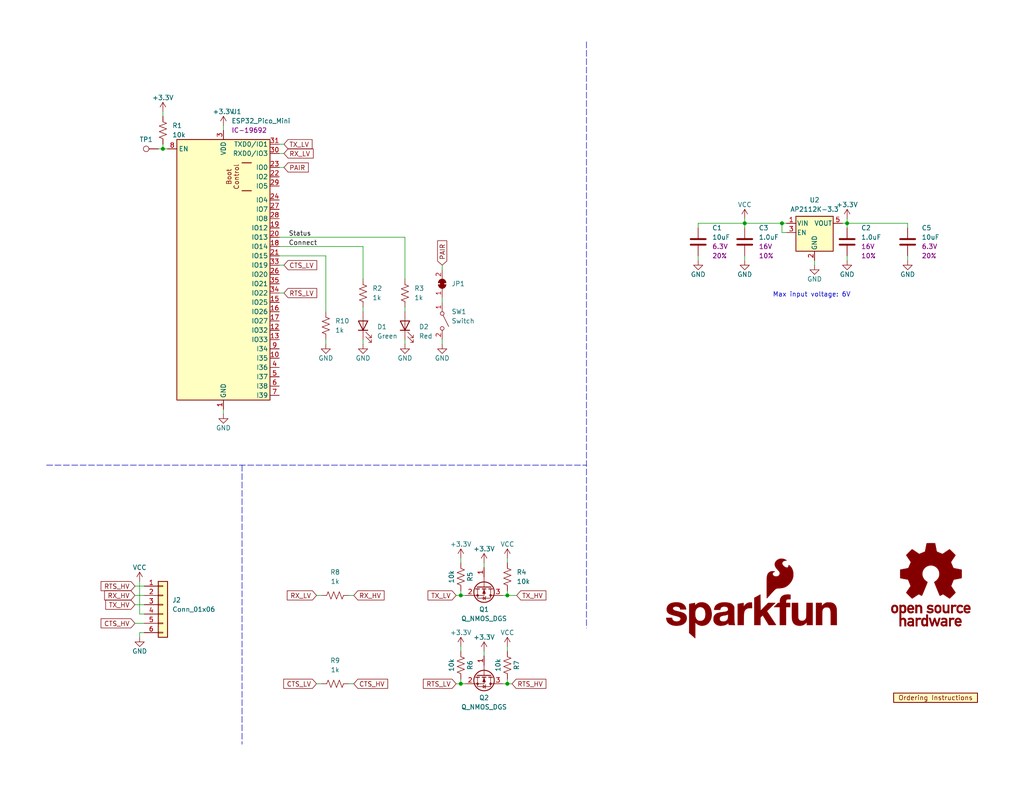
<source format=kicad_sch>
(kicad_sch (version 20230121) (generator eeschema)
  (paper "USLetter")
  (title_block (title "BlueSMiRF - ESP32") (date "2023-07-29") (rev "v10") (comment 1 "Designed by: N. Seidle"))
  (lib_symbols
    (symbol "SparkFun-Aesthetic:OSHW_Logo" (pin_names (offset 1.016)) (in_bom no))
    (symbol "SparkFun-Aesthetic:Ordering_Instructions"
      (symbol "Ordering_Instructions_1_1"
        (text "Ordering Instructions" (at 1.27 0 0) (effects (font (size 1.27 1.27))))
      )
    )
    (symbol "SparkFun-Aesthetic:SparkFun_Logo" (pin_names (offset 1.016)) (on_board no))
    (symbol "SparkFun-Capacitor:1.0uF_0603_16V_10%" (pin_numbers hide) (pin_names (offset 0.254))
      (property "Reference" "C" (at 0.635 2.54 0))
      (property "Value" "1.0uF" (at 0.635 -2.54 0))
      (property "Voltage" "16V" (at 0 -6.35 0))
      (property "Tolerance" "10%" (at 0 -8.89 0))
      (symbol "1.0uF_0603_16V_10%_1_1"
        (pin passive line (at 0 3.81 270) (length 2.794) (name "~") (number "1"))
        (pin passive line (at 0 -3.81 90) (length 2.794) (name "~") (number "2"))
      )
    )
    (symbol "SparkFun-Capacitor:10uF_0603_6.3V_20%" (pin_numbers hide) (pin_names (offset 0.254))
      (property "Reference" "C" (at 0.635 2.54 0))
      (property "Value" "10uF" (at 0.635 -2.54 0))
      (property "Voltage" "6.3V" (at 0 -8.89 0))
      (property "Tolerance" "20%" (at 0 -6.35 0))
      (symbol "10uF_0603_6.3V_20%_1_1"
        (pin passive line (at 0 3.81 270) (length 2.794) (name "~") (number "1"))
        (pin passive line (at 0 -3.81 90) (length 2.794) (name "~") (number "2"))
      )
    )
    (symbol "SparkFun-Connector:Conn_01x06_RA_SMD" (pin_names (offset 1.016) hide)
      (property "Reference" "J" (at 0 7.62 0))
      (property "Value" "Conn_01x06" (at 0 -10.16 0))
      (symbol "Conn_01x06_RA_SMD_1_1"
        (pin passive line (at -5.08 5.08 0) (length 3.81) (name "Pin_1") (number "1"))
        (pin passive line (at -5.08 2.54 0) (length 3.81) (name "Pin_2") (number "2"))
        (pin passive line (at -5.08 0 0) (length 3.81) (name "Pin_3") (number "3"))
        (pin passive line (at -5.08 -2.54 0) (length 3.81) (name "Pin_4") (number "4"))
        (pin passive line (at -5.08 -5.08 0) (length 3.81) (name "Pin_5") (number "5"))
        (pin passive line (at -5.08 -7.62 0) (length 3.81) (name "Pin_6") (number "6"))
      )
    )
    (symbol "SparkFun-Connector:TestPoint_PTH" (pin_numbers hide) (pin_names (offset 0.762) hide)
      (property "Reference" "TP" (at 0 5.08 0))
      (symbol "TestPoint_PTH_1_1"
        (pin passive line (at 0 0 90) (length 2.54) (name "1") (number "1"))
      )
    )
    (symbol "SparkFun-DiscreteSemi:NMOS_0.2A_50V" (pin_names (offset 0) hide)
      (property "Reference" "Q" (at 5.08 1.27 0))
      (property "Value" "BSS138" (at 5.08 -1.27 0))
      (symbol "NMOS_0.2A_50V_1_1"
        (pin input line (at -5.08 0 0) (length 2.54) (name "G") (number "1"))
        (pin passive line (at 2.54 -5.08 90) (length 2.54) (name "S") (number "2"))
        (pin passive line (at 2.54 5.08 270) (length 2.54) (name "D") (number "3"))
      )
    )
    (symbol "SparkFun-Jumper:SolderJumper_2_Bridged_No_Silk" (pin_names (offset 0) hide)
      (property "Reference" "JP" (at 0 2.032 0))
      (symbol "SolderJumper_2_Bridged_No_Silk_1_1"
        (pin passive line (at -3.81 0 0) (length 2.54) (name "A") (number "1"))
        (pin passive line (at 3.81 0 180) (length 2.54) (name "B") (number "2"))
      )
    )
    (symbol "SparkFun-LED:LED_Green_0603" (pin_numbers hide) (pin_names (offset 1.016) hide)
      (property "Reference" "D" (at 0 2.54 0))
      (property "Value" "Green" (at 0 -2.54 0))
      (symbol "LED_Green_0603_1_1"
        (pin passive line (at -3.81 0 0) (length 2.54) (name "K") (number "1"))
        (pin passive line (at 3.81 0 180) (length 2.54) (name "A") (number "2"))
      )
    )
    (symbol "SparkFun-LED:LED_Red_0603" (pin_numbers hide) (pin_names (offset 1.016) hide)
      (property "Reference" "D" (at 0 2.54 0))
      (property "Value" "Red" (at 0 -2.54 0))
      (symbol "LED_Red_0603_1_1"
        (pin passive line (at -3.81 0 0) (length 2.54) (name "K") (number "1"))
        (pin passive line (at 3.81 0 180) (length 2.54) (name "A") (number "2"))
      )
    )
    (symbol "SparkFun-PowerSymbol:GND" (power) (pin_names (offset 0))
      (property "Value" "GND" (at 0 -3.81 0))
      (symbol "GND_1_1"
        (pin power_in line (at 0 0 270) (length 0) hide (name "GND") (number "1"))
      )
    )
    (symbol "SparkFun-PowerSymbol:VCC" (power) (pin_names (offset 0))
      (property "Value" "VCC" (at 0 3.81 0))
      (symbol "VCC_1_1"
        (pin power_in line (at 0 0 90) (length 0) hide (name "VCC") (number "1"))
      )
    )
    (symbol "SparkFun-RF:ESP32-PICO-V3-02"
      (property "Reference" "U" (at -12.7 33.02 0))
      (property "Value" "ESP32-PICO-V3-02" (at 1.27 33.02 0))
      (property "PROD_ID" "IC-19692" (at -1.27 -59.69 0))
      (symbol "ESP32-PICO-V3-02_1_1"
        (text "Boot\nControl" (at 2.54 21.59 900) (effects (font (size 1.27 1.27))))
        (pin power_in line (at 0 -41.91 90) (length 2.54) (name "GND") (number "1"))
        (pin input line (at 15.24 -27.94 180) (length 2.54) (name "I35") (number "10"))
        (pin passive line (at 0 -41.91 90) (length 2.54) hide (name "GND") (number "11"))
        (pin bidirectional line (at 15.24 -20.32 180) (length 2.54) (name "IO32") (number "12"))
        (pin bidirectional line (at 15.24 -22.86 180) (length 2.54) (name "IO33") (number "13"))
        (pin passive line (at 0 -41.91 90) (length 2.54) hide (name "GND") (number "14"))
        (pin bidirectional line (at 15.24 -12.7 180) (length 2.54) (name "IO25") (number "15"))
        (pin bidirectional line (at 15.24 -15.24 180) (length 2.54) (name "IO26") (number "16"))
        (pin bidirectional line (at 15.24 -17.78 180) (length 2.54) (name "IO27") (number "17"))
        (pin bidirectional line (at 15.24 2.54 180) (length 2.54) (name "IO14") (number "18"))
        (pin bidirectional line (at 15.24 7.62 180) (length 2.54) (name "IO12") (number "19"))
        (pin passive line (at 0 -41.91 90) (length 2.54) hide (name "GND") (number "2"))
        (pin bidirectional line (at 15.24 5.08 180) (length 2.54) (name "IO13") (number "20"))
        (pin bidirectional line (at 15.24 0 180) (length 2.54) (name "IO15") (number "21"))
        (pin bidirectional line (at 15.24 21.59 180) (length 2.54) (name "IO2") (number "22"))
        (pin bidirectional line (at 15.24 24.13 180) (length 2.54) (name "IO0") (number "23"))
        (pin bidirectional line (at 15.24 15.24 180) (length 2.54) (name "IO4") (number "24"))
        (pin no_connect line (at -12.7 -11.43 0) (length 2.54) hide (name "NC") (number "25"))
        (pin bidirectional line (at 15.24 -5.08 180) (length 2.54) (name "IO20") (number "26"))
        (pin bidirectional line (at 15.24 12.7 180) (length 2.54) (name "IO7") (number "27"))
        (pin bidirectional line (at 15.24 10.16 180) (length 2.54) (name "IO8") (number "28"))
        (pin bidirectional line (at 15.24 19.05 180) (length 2.54) (name "IO5") (number "29"))
        (pin power_in line (at 0 34.29 270) (length 2.54) (name "VDD") (number "3"))
        (pin bidirectional line (at 15.24 27.94 180) (length 2.54) (name "RXD0/IO3") (number "30"))
        (pin bidirectional line (at 15.24 30.48 180) (length 2.54) (name "TXD0/IO1") (number "31"))
        (pin no_connect line (at -12.7 -13.97 0) (length 2.54) hide (name "NC") (number "32"))
        (pin bidirectional line (at 15.24 -2.54 180) (length 2.54) (name "IO19") (number "33"))
        (pin bidirectional line (at 15.24 -10.16 180) (length 2.54) (name "IO22") (number "34"))
        (pin bidirectional line (at 15.24 -7.62 180) (length 2.54) (name "IO21") (number "35"))
        (pin passive line (at 0 -41.91 90) (length 2.54) hide (name "GND") (number "36"))
        (pin passive line (at 0 -41.91 90) (length 2.54) hide (name "GND") (number "37"))
        (pin passive line (at 0 -41.91 90) (length 2.54) hide (name "GND") (number "38"))
        (pin passive line (at 0 -41.91 90) (length 2.54) hide (name "GND") (number "39"))
        (pin input line (at 15.24 -30.48 180) (length 2.54) (name "I36") (number "4"))
        (pin passive line (at 0 -41.91 90) (length 2.54) hide (name "GND") (number "40"))
        (pin passive line (at 0 -41.91 90) (length 2.54) hide (name "GND") (number "41"))
        (pin passive line (at 0 -41.91 90) (length 2.54) hide (name "GND") (number "42"))
        (pin passive line (at 0 -41.91 90) (length 2.54) hide (name "GND") (number "43"))
        (pin passive line (at 0 -41.91 90) (length 2.54) hide (name "GND") (number "44"))
        (pin passive line (at 0 -41.91 90) (length 2.54) hide (name "GND") (number "45"))
        (pin passive line (at 0 -41.91 90) (length 2.54) hide (name "GND") (number "46"))
        (pin passive line (at 0 -41.91 90) (length 2.54) hide (name "GND") (number "47"))
        (pin passive line (at 0 -41.91 90) (length 2.54) hide (name "GND") (number "48"))
        (pin passive line (at 0 -41.91 90) (length 2.54) hide (name "GND") (number "49.1"))
        (pin passive line (at 0 -41.91 90) (length 2.54) hide (name "GND") (number "49.2"))
        (pin passive line (at 0 -41.91 90) (length 2.54) hide (name "GND") (number "49.3"))
        (pin passive line (at 0 -41.91 90) (length 2.54) hide (name "GND") (number "49.4"))
        (pin passive line (at 0 -41.91 90) (length 2.54) hide (name "GND") (number "49.5"))
        (pin passive line (at 0 -41.91 90) (length 2.54) hide (name "GND") (number "49.6"))
        (pin passive line (at 0 -41.91 90) (length 2.54) hide (name "GND") (number "49.7"))
        (pin passive line (at 0 -41.91 90) (length 2.54) hide (name "GND") (number "49.8"))
        (pin passive line (at 0 -41.91 90) (length 2.54) hide (name "GND") (number "49.9"))
        (pin input line (at 15.24 -33.02 180) (length 2.54) (name "I37") (number "5"))
        (pin passive line (at 0 -41.91 90) (length 2.54) hide (name "GND") (number "50"))
        (pin passive line (at 0 -41.91 90) (length 2.54) hide (name "GND") (number "51"))
        (pin passive line (at 0 -41.91 90) (length 2.54) hide (name "GND") (number "52"))
        (pin passive line (at 0 -41.91 90) (length 2.54) hide (name "GND") (number "53"))
        (pin input line (at 15.24 -35.56 180) (length 2.54) (name "I38") (number "6"))
        (pin input line (at 15.24 -38.1 180) (length 2.54) (name "I39") (number "7"))
        (pin input line (at -15.24 29.21 0) (length 2.54) (name "EN") (number "8"))
        (pin input line (at 15.24 -25.4 180) (length 2.54) (name "I34") (number "9"))
      )
    )
    (symbol "SparkFun-Regulator:AP2112K-3.3" (pin_names (offset 0.254))
      (property "Reference" "U3" (at 0 8.89 0))
      (property "Value" "AP2112K-3.3" (at 0 6.35 0))
      (symbol "AP2112K-3.3_1_1"
        (pin power_in line (at -7.62 2.54 0) (length 2.54) (name "VIN") (number "1"))
        (pin power_in line (at 0 -7.62 90) (length 2.54) (name "GND") (number "2"))
        (pin input line (at -7.62 0 0) (length 2.54) (name "EN") (number "3"))
        (pin no_connect line (at 5.08 0 180) (length 2.54) hide (name "NC") (number "4"))
        (pin power_out line (at 7.62 2.54 180) (length 2.54) (name "VOUT") (number "5"))
      )
    )
    (symbol "SparkFun-Resistor:10k_0603" (pin_numbers hide) (pin_names (offset 0))
      (property "Reference" "R" (at 2.54 0 90))
      (property "Value" "10k" (at -2.54 0 90))
      (symbol "10k_0603_1_1"
        (pin passive line (at 0 3.81 270) (length 1.27) (name "~") (number "1"))
        (pin passive line (at 0 -3.81 90) (length 1.27) (name "~") (number "2"))
      )
    )
    (symbol "SparkFun-Resistor:1k_0603" (pin_numbers hide) (pin_names (offset 0))
      (property "Reference" "R" (at 2.54 0 90))
      (property "Value" "1k" (at -2.54 0 90))
      (symbol "1k_0603_1_1"
        (pin passive line (at 0 3.81 270) (length 1.27) (name "~") (number "1"))
        (pin passive line (at 0 -3.81 90) (length 1.27) (name "~") (number "2"))
      )
    )
    (symbol "SparkFun-Switch:SPST_Momentary_4.6x2.8mm" (pin_names (offset 0) hide)
      (property "Reference" "SW" (at 0 3.175 0))
      (property "Value" "SPST_Momentary_4.6x2.8mm" (at 0 -2.54 0))
      (symbol "SPST_Momentary_4.6x2.8mm_1_1"
        (pin passive line (at -5.08 0 0) (length 2.54) (name "A") (number "1"))
        (pin passive line (at 5.08 0 180) (length 2.54) (name "B") (number "2"))
      )
    )
    (symbol "power:+3.3V" (power) (pin_names (offset 0))
      (property "Value" "+3.3V" (at 0 3.556 0))
      (symbol "+3.3V_1_1"
        (pin power_in line (at 0 0 90) (length 0) hide (name "+3.3V") (number "1"))
      )
    )
    (symbol "power:GND" (power) (pin_names (offset 0))
      (property "Value" "GND" (at 0 -3.81 0))
      (symbol "GND_1_1"
        (pin power_in line (at 0 0 270) (length 0) hide (name "GND") (number "1"))
      )
    )
  )
  (junction (at 125.73 162.56))
  (junction (at 44.45 40.64))
  (junction (at 231.14 60.96))
  (junction (at 213.36 60.96))
  (junction (at 138.43 186.69))
  (junction (at 138.43 162.56))
  (junction (at 125.73 186.69))
  (junction (at 203.2 60.96))
  (wire (pts (xy 39.37 167.64) (xy 38.1 167.64)))
  (wire (pts (xy 99.06 67.31) (xy 99.06 76.2)))
  (wire (pts (xy 45.72 40.64) (xy 44.45 40.64)))
  (wire (pts (xy 110.49 64.77) (xy 110.49 76.2)))
  (wire (pts (xy 138.43 152.4) (xy 138.43 153.67)))
  (wire (pts (xy 138.43 185.42) (xy 138.43 186.69)))
  (wire (pts (xy 213.36 60.96) (xy 214.63 60.96)))
  (wire (pts (xy 138.43 161.29) (xy 138.43 162.56)))
  (wire (pts (xy 60.96 34.29) (xy 60.96 35.56)))
  (wire (pts (xy 138.43 186.69) (xy 139.7 186.69)))
  (wire (pts (xy 88.9 69.85) (xy 88.9 85.09)))
  (wire (pts (xy 132.08 177.8) (xy 132.08 179.07)))
  (wire (pts (xy 76.2 45.72) (xy 77.47 45.72)))
  (wire (pts (xy 99.06 92.71) (xy 99.06 93.98)))
  (wire (pts (xy 231.14 60.96) (xy 247.65 60.96)))
  (wire (pts (xy 222.25 71.12) (xy 222.25 72.39)))
  (wire (pts (xy 190.5 60.96) (xy 203.2 60.96)))
  (wire (pts (xy 138.43 176.53) (xy 138.43 177.8)))
  (wire (pts (xy 86.36 162.56) (xy 87.63 162.56)))
  (wire (pts (xy 76.2 69.85) (xy 88.9 69.85)))
  (wire (pts (xy 125.73 152.4) (xy 125.73 153.67)))
  (wire (pts (xy 203.2 69.85) (xy 203.2 71.12)))
  (wire (pts (xy 125.73 161.29) (xy 125.73 162.56)))
  (wire (pts (xy 127 162.56) (xy 125.73 162.56)))
  (wire (pts (xy 132.08 153.67) (xy 132.08 154.94)))
  (polyline (pts (xy 66.04 127) (xy 66.04 203.2)) (stroke (width 0) (type dash)))
  (wire (pts (xy 76.2 39.37) (xy 77.47 39.37)))
  (wire (pts (xy 76.2 80.01) (xy 77.47 80.01)))
  (wire (pts (xy 120.65 93.98) (xy 120.65 92.71)))
  (wire (pts (xy 99.06 83.82) (xy 99.06 85.09)))
  (wire (pts (xy 190.5 62.23) (xy 190.5 60.96)))
  (wire (pts (xy 36.83 160.02) (xy 39.37 160.02)))
  (wire (pts (xy 39.37 172.72) (xy 38.1 172.72)))
  (wire (pts (xy 44.45 30.48) (xy 44.45 31.75)))
  (wire (pts (xy 203.2 59.69) (xy 203.2 60.96)))
  (wire (pts (xy 124.46 162.56) (xy 125.73 162.56)))
  (wire (pts (xy 125.73 185.42) (xy 125.73 186.69)))
  (wire (pts (xy 76.2 64.77) (xy 110.49 64.77)))
  (wire (pts (xy 95.25 186.69) (xy 96.52 186.69)))
  (wire (pts (xy 203.2 60.96) (xy 203.2 62.23)))
  (wire (pts (xy 137.16 162.56) (xy 138.43 162.56)))
  (wire (pts (xy 214.63 63.5) (xy 213.36 63.5)))
  (wire (pts (xy 36.83 162.56) (xy 39.37 162.56)))
  (wire (pts (xy 247.65 60.96) (xy 247.65 62.23)))
  (wire (pts (xy 231.14 69.85) (xy 231.14 71.12)))
  (wire (pts (xy 124.46 186.69) (xy 125.73 186.69)))
  (wire (pts (xy 138.43 162.56) (xy 140.97 162.56)))
  (wire (pts (xy 88.9 93.98) (xy 88.9 92.71)))
  (wire (pts (xy 213.36 63.5) (xy 213.36 60.96)))
  (wire (pts (xy 44.45 40.64) (xy 44.45 39.37)))
  (wire (pts (xy 76.2 67.31) (xy 99.06 67.31)))
  (wire (pts (xy 60.96 113.03) (xy 60.96 111.76)))
  (wire (pts (xy 231.14 60.96) (xy 231.14 62.23)))
  (wire (pts (xy 231.14 59.69) (xy 231.14 60.96)))
  (wire (pts (xy 76.2 41.91) (xy 77.47 41.91)))
  (wire (pts (xy 36.83 165.1) (xy 39.37 165.1)))
  (wire (pts (xy 38.1 172.72) (xy 38.1 173.99)))
  (wire (pts (xy 95.25 162.56) (xy 96.52 162.56)))
  (wire (pts (xy 137.16 186.69) (xy 138.43 186.69)))
  (wire (pts (xy 120.65 72.39) (xy 120.65 73.66)))
  (wire (pts (xy 247.65 69.85) (xy 247.65 71.12)))
  (polyline (pts (xy 12.7 127) (xy 160.02 127)) (stroke (width 0) (type dash)))
  (wire (pts (xy 76.2 72.39) (xy 77.47 72.39)))
  (wire (pts (xy 190.5 69.85) (xy 190.5 71.12)))
  (wire (pts (xy 86.36 186.69) (xy 87.63 186.69)))
  (wire (pts (xy 203.2 60.96) (xy 213.36 60.96)))
  (wire (pts (xy 125.73 186.69) (xy 127 186.69)))
  (wire (pts (xy 110.49 92.71) (xy 110.49 93.98)))
  (wire (pts (xy 43.18 40.64) (xy 44.45 40.64)))
  (wire (pts (xy 120.65 81.28) (xy 120.65 82.55)))
  (wire (pts (xy 229.87 60.96) (xy 231.14 60.96)))
  (wire (pts (xy 38.1 158.75) (xy 38.1 167.64)))
  (wire (pts (xy 125.73 176.53) (xy 125.73 177.8)))
  (wire (pts (xy 36.83 170.18) (xy 39.37 170.18)))
  (polyline (pts (xy 160.02 11.43) (xy 160.02 171.45)) (stroke (width 0) (type dash)))
  (wire (pts (xy 110.49 83.82) (xy 110.49 85.09)))
  (text "Max input voltage: 6V" (at 210.82 81.28 0) (effects (font (size 1.27 1.27)) (justify left bottom)))
  (label "Status" (at 78.74 64.77 0))
  (label "Connect" (at 78.74 67.31 0))
  (global_label "TX_LV" (shape input) (at 77.47 39.37 0) (property "Intersheetrefs" "${INTERSHEET_REFS}" (effects hide)))
  (global_label "RX_HV" (shape input) (at 36.83 162.56 180) (property "Intersheetrefs" "${INTERSHEET_REFS}" (effects hide)))
  (global_label "RTS_LV" (shape input) (at 124.46 186.69 180) (property "Intersheetrefs" "${INTERSHEET_REFS}" (effects hide)))
  (global_label "CTS_HV" (shape input) (at 96.52 186.69 0) (property "Intersheetrefs" "${INTERSHEET_REFS}" (effects hide)))
  (global_label "RTS_HV" (shape input) (at 139.7 186.69 0) (property "Intersheetrefs" "${INTERSHEET_REFS}" (effects hide)))
  (global_label "RX_LV" (shape input) (at 86.36 162.56 180) (property "Intersheetrefs" "${INTERSHEET_REFS}" (effects hide)))
  (global_label "PAIR" (shape input) (at 120.65 72.39 90) (property "Intersheetrefs" "${INTERSHEET_REFS}" (effects hide)))
  (global_label "CTS_LV" (shape input) (at 77.47 72.39 0) (property "Intersheetrefs" "${INTERSHEET_REFS}" (effects hide)))
  (global_label "PAIR" (shape input) (at 77.47 45.72 0) (property "Intersheetrefs" "${INTERSHEET_REFS}" (effects hide)))
  (global_label "TX_HV" (shape input) (at 140.97 162.56 0) (property "Intersheetrefs" "${INTERSHEET_REFS}" (effects hide)))
  (global_label "RX_HV" (shape input) (at 96.52 162.56 0) (property "Intersheetrefs" "${INTERSHEET_REFS}" (effects hide)))
  (global_label "RTS_HV" (shape input) (at 36.83 160.02 180) (property "Intersheetrefs" "${INTERSHEET_REFS}" (effects hide)))
  (global_label "RX_LV" (shape input) (at 77.47 41.91 0) (property "Intersheetrefs" "${INTERSHEET_REFS}" (effects hide)))
  (global_label "RTS_LV" (shape input) (at 77.47 80.01 0) (property "Intersheetrefs" "${INTERSHEET_REFS}" (effects hide)))
  (global_label "TX_HV" (shape input) (at 36.83 165.1 180) (property "Intersheetrefs" "${INTERSHEET_REFS}" (effects hide)))
  (global_label "CTS_HV" (shape input) (at 36.83 170.18 180) (property "Intersheetrefs" "${INTERSHEET_REFS}" (effects hide)))
  (global_label "CTS_LV" (shape input) (at 86.36 186.69 180) (property "Intersheetrefs" "${INTERSHEET_REFS}" (effects hide)))
  (global_label "TX_LV" (shape input) (at 124.46 162.56 180) (property "Intersheetrefs" "${INTERSHEET_REFS}" (effects hide)))
  (symbol (lib_id "SparkFun-Jumper:SolderJumper_2_Bridged_No_Silk") (at 120.65 77.47 90) (unit 1)
    (property "Reference" "JP1" (at 123.19 77.47 90) (effects (justify right)))
    (property "Footprint" "SparkFun-Jumper:SMT-JUMPER_2_NC_TRACE_NO-SILK" (effects hide))
  )
  (symbol (lib_id "SparkFun-LED:LED_Green_0603") (at 99.06 88.9 90) (unit 1)
    (property "Reference" "D1" (at 102.87 89.2175 90) (effects (justify right)))
    (property "Value" "Green" (at 102.87 91.7575 90) (effects (justify right)))
    (property "Footprint" "SparkFun-LED:LED_0603_1608Metric" (effects hide))
    (property "Datasheet" "https://docs.broadcom.com/docs/AV02-0551EN" (effects hide))
    (property "PROD_ID" "DIO-00821" (effects hide))
  )
  (symbol (lib_id "SparkFun-Capacitor:1.0uF_0603_16V_10%") (at 231.14 66.04 0) (unit 1)
    (property "Reference" "C2" (at 234.95 62.23 0) (effects (justify left)))
    (property "Value" "1.0uF" (at 234.95 64.77 0) (effects (justify left)))
    (property "Footprint" "SparkFun-Capacitor:C_0603_1608Metric" (effects hide))
    (property "Datasheet" "[link text](https://cdn.sparkfun.com/assets/8/a/4/a/5/Kemet_Capacitor_Datasheet.pdf)" (effects hide))
    (property "PROD_ID" "CAP-13930" (effects hide))
    (property "Voltage" "16V" (at 234.95 67.31 0) (effects (justify left)))
    (property "Tolerance" "10%" (at 234.95 69.85 0) (effects (justify left)))
  )
  (symbol (lib_id "SparkFun-PowerSymbol:VCC") (at 203.2 59.69 0) (unit 1)
    (property "Reference" "#PWR01" (effects hide))
    (property "Value" "VCC" (at 203.2 55.88 0))
  )
  (symbol (lib_id "power:GND") (at 222.25 72.39 0) (unit 1)
    (property "Reference" "#PWR03" (effects hide))
    (property "Value" "GND" (at 222.25 76.2 0))
  )
  (symbol (lib_id "SparkFun-Aesthetic:SparkFun_Logo") (at 204.47 167.64 0) (unit 1) (on_board no)
    (property "Reference" "G1" (effects hide))
    (property "Value" "SparkFun_Logo" (effects hide))
  )
  (symbol (lib_id "power:GND") (at 247.65 71.12 0) (unit 1)
    (property "Reference" "#PWR06" (effects hide))
    (property "Value" "GND" (at 247.65 74.93 0))
  )
  (symbol (lib_id "SparkFun-Resistor:10k_0603") (at 125.73 157.48 0) (unit 1)
    (property "Reference" "R5" (at 128.27 157.48 90))
    (property "Value" "10k" (at 123.19 157.48 90))
    (property "Footprint" "SparkFun-Resistor:R_0603_1608Metric" (effects hide))
    (property "Datasheet" "https://www.vishay.com/docs/20035/dcrcwe3.pdf" (effects hide))
    (property "PROD_ID" "RES-00824" (effects hide))
  )
  (symbol (lib_id "power:+3.3V") (at 125.73 176.53 0) (unit 1)
    (property "Reference" "#PWR0102" (effects hide))
    (property "Value" "+3.3V" (at 125.73 172.72 0))
  )
  (symbol (lib_id "SparkFun-Resistor:1k_0603") (at 91.44 162.56 90) (unit 1)
    (property "Reference" "R8" (at 91.44 156.21 90))
    (property "Value" "1k" (at 91.44 158.75 90))
    (property "Footprint" "SparkFun-Resistor:R_0603_1608Metric" (effects hide))
    (property "Datasheet" "https://www.vishay.com/docs/20035/dcrcwe3.pdf" (effects hide))
    (property "PROD_ID" "RES-07856" (effects hide))
  )
  (symbol (lib_id "power:GND") (at 203.2 71.12 0) (unit 1)
    (property "Reference" "#PWR02" (effects hide))
    (property "Value" "GND" (at 203.2 74.93 0))
  )
  (symbol (lib_id "SparkFun-Capacitor:10uF_0603_6.3V_20%") (at 190.5 66.04 0) (unit 1)
    (property "Reference" "C1" (at 194.31 62.23 0) (effects (justify left)))
    (property "Value" "10uF" (at 194.31 64.77 0) (effects (justify left)))
    (property "Footprint" "SparkFun-Capacitor:C_0603_1608Metric" (effects hide))
    (property "Datasheet" "[link text](https://cdn.sparkfun.com/assets/8/a/4/a/5/Kemet_Capacitor_Datasheet.pdf)" (effects hide))
    (property "PROD_ID" "CAP-11015" (effects hide))
    (property "Voltage" "6.3V" (at 194.31 67.31 0) (effects (justify left)))
    (property "Tolerance" "20%" (at 194.31 69.85 0) (effects (justify left)))
  )
  (symbol (lib_id "SparkFun-PowerSymbol:GND") (at 120.65 93.98 0) (unit 1)
    (property "Reference" "#PWR017" (effects hide))
    (property "Value" "GND" (at 120.65 97.79 0))
  )
  (symbol (lib_id "SparkFun-RF:ESP32-PICO-V3-02") (at 60.96 69.85 0) (unit 1)
    (property "Reference" "U1" (at 63.1541 30.48 0) (effects (justify left)))
    (property "Value" "ESP32_Pico_Mini" (at 63.1541 33.02 0) (effects (justify left)))
    (property "Footprint" "SparkFun-RF:ESP32-MINI" (effects hide))
    (property "Datasheet" "https://www.espressif.com/sites/default/files/documentation/esp32-pico-mini-02_datasheet_en.pdf" (effects hide))
    (property "PROD_ID" "IC-19692" (at 63.1541 35.56 0) (effects (justify left)))
  )
  (symbol (lib_id "SparkFun-DiscreteSemi:NMOS_0.2A_50V") (at 132.08 160.02 270) (unit 1)
    (property "Reference" "Q1" (at 132.08 166.37 90))
    (property "Value" "Q_NMOS_DGS" (at 132.08 168.91 90))
    (property "Footprint" "SparkFun-Semiconductor-Standard:SOT23-3" (effects hide))
    (property "Datasheet" "https://cdn.sparkfun.com/datasheets/BreakoutBoards/BSS138.pdf" (effects hide))
    (property "PROD_ID" "TRANS-00830" (effects hide))
  )
  (symbol (lib_id "SparkFun-Capacitor:1.0uF_0603_16V_10%") (at 203.2 66.04 0) (unit 1)
    (property "Reference" "C3" (at 207.01 62.23 0) (effects (justify left)))
    (property "Value" "1.0uF" (at 207.01 64.77 0) (effects (justify left)))
    (property "Footprint" "SparkFun-Capacitor:C_0603_1608Metric" (effects hide))
    (property "Datasheet" "[link text](https://cdn.sparkfun.com/assets/8/a/4/a/5/Kemet_Capacitor_Datasheet.pdf)" (effects hide))
    (property "PROD_ID" "CAP-13930" (effects hide))
    (property "Voltage" "16V" (at 207.01 67.31 0) (effects (justify left)))
    (property "Tolerance" "10%" (at 207.01 69.85 0) (effects (justify left)))
  )
  (symbol (lib_id "SparkFun-Switch:SPST_Momentary_4.6x2.8mm") (at 120.65 87.63 270) (unit 1)
    (property "Reference" "SW1" (at 123.19 85.09 90) (effects (justify left)))
    (property "Value" "Switch" (at 123.19 87.63 90) (effects (justify left)))
    (property "Footprint" "SparkFun-Switch:Momentary_SMD_4.6x2.8mm" (effects hide))
    (property "PROD_ID" "SWCH-15606" (effects hide))
  )
  (symbol (lib_id "SparkFun-Resistor:1k_0603") (at 99.06 80.01 0) (unit 1)
    (property "Reference" "R2" (at 101.6 78.74 0) (effects (justify left)))
    (property "Value" "1k" (at 101.6 81.28 0) (effects (justify left)))
    (property "Footprint" "SparkFun-Resistor:R_0603_1608Metric" (effects hide))
    (property "Datasheet" "https://www.vishay.com/docs/20035/dcrcwe3.pdf" (effects hide))
    (property "PROD_ID" "RES-07856" (effects hide))
  )
  (symbol (lib_id "SparkFun-Resistor:1k_0603") (at 91.44 186.69 90) (unit 1)
    (property "Reference" "R9" (at 91.44 180.34 90))
    (property "Value" "1k" (at 91.44 182.88 90))
    (property "Footprint" "SparkFun-Resistor:R_0603_1608Metric" (effects hide))
    (property "Datasheet" "https://www.vishay.com/docs/20035/dcrcwe3.pdf" (effects hide))
    (property "PROD_ID" "RES-07856" (effects hide))
  )
  (symbol (lib_id "SparkFun-DiscreteSemi:NMOS_0.2A_50V") (at 132.08 184.15 270) (unit 1)
    (property "Reference" "Q2" (at 132.08 190.5 90))
    (property "Value" "Q_NMOS_DGS" (at 132.08 193.04 90))
    (property "Footprint" "SparkFun-Semiconductor-Standard:SOT23-3" (effects hide))
    (property "Datasheet" "https://cdn.sparkfun.com/datasheets/BreakoutBoards/BSS138.pdf" (effects hide))
    (property "PROD_ID" "TRANS-00830" (effects hide))
  )
  (symbol (lib_id "SparkFun-Capacitor:10uF_0603_6.3V_20%") (at 247.65 66.04 0) (unit 1)
    (property "Reference" "C5" (at 251.46 62.23 0) (effects (justify left)))
    (property "Value" "10uF" (at 251.46 64.77 0) (effects (justify left)))
    (property "Footprint" "SparkFun-Capacitor:C_0603_1608Metric" (effects hide))
    (property "Datasheet" "[link text](https://cdn.sparkfun.com/assets/8/a/4/a/5/Kemet_Capacitor_Datasheet.pdf)" (effects hide))
    (property "PROD_ID" "CAP-11015" (effects hide))
    (property "Voltage" "6.3V" (at 251.46 67.31 0) (effects (justify left)))
    (property "Tolerance" "20%" (at 251.46 69.85 0) (effects (justify left)))
  )
  (symbol (lib_id "SparkFun-Resistor:1k_0603") (at 110.49 80.01 0) (unit 1)
    (property "Reference" "R3" (at 113.03 78.74 0) (effects (justify left)))
    (property "Value" "1k" (at 113.03 81.28 0) (effects (justify left)))
    (property "Footprint" "SparkFun-Resistor:R_0603_1608Metric" (effects hide))
    (property "Datasheet" "https://www.vishay.com/docs/20035/dcrcwe3.pdf" (effects hide))
    (property "PROD_ID" "RES-07856" (effects hide))
  )
  (symbol (lib_id "SparkFun-Connector:Conn_01x06_RA_SMD") (at 44.45 165.1 0) (unit 1)
    (property "Reference" "J2" (at 46.99 163.83 0) (effects (justify left)))
    (property "Value" "Conn_01x06" (at 46.99 166.37 0) (effects (justify left)))
    (property "Footprint" "SparkFun-Connector:1X06-SMD_RA_MALE" (effects hide))
    (property "Datasheet" "https://www.sparkfun.com/datasheets/Prototyping/Connectors/11029.pdf" (effects hide))
    (property "PROD_ID" "CONN-08971" (effects hide))
  )
  (symbol (lib_id "power:+3.3V") (at 132.08 177.8 0) (unit 1)
    (property "Reference" "#PWR0101" (effects hide))
    (property "Value" "+3.3V" (at 132.08 173.99 0))
  )
  (symbol (lib_id "power:+3.3V") (at 44.45 30.48 0) (unit 1)
    (property "Reference" "#PWR010" (effects hide))
    (property "Value" "+3.3V" (at 44.45 26.67 0))
  )
  (symbol (lib_id "power:GND") (at 60.96 113.03 0) (unit 1)
    (property "Reference" "#PWR09" (effects hide))
    (property "Value" "GND" (at 60.96 116.84 0))
  )
  (symbol (lib_id "power:+3.3V") (at 132.08 153.67 0) (unit 1)
    (property "Reference" "#PWR013" (effects hide))
    (property "Value" "+3.3V" (at 132.08 149.86 0))
  )
  (symbol (lib_id "SparkFun-Resistor:10k_0603") (at 138.43 157.48 0) (unit 1)
    (property "Reference" "R4" (at 140.97 156.21 0) (effects (justify left)))
    (property "Value" "10k" (at 140.97 158.75 0) (effects (justify left)))
    (property "Footprint" "SparkFun-Resistor:R_0603_1608Metric" (effects hide))
    (property "Datasheet" "https://www.vishay.com/docs/20035/dcrcwe3.pdf" (effects hide))
    (property "PROD_ID" "RES-00824" (effects hide))
  )
  (symbol (lib_id "SparkFun-PowerSymbol:VCC") (at 138.43 152.4 0) (unit 1)
    (property "Reference" "#PWR0104" (effects hide))
    (property "Value" "VCC" (at 138.43 148.59 0))
  )
  (symbol (lib_id "SparkFun-Regulator:AP2112K-3.3") (at 222.25 63.5 0) (unit 1)
    (property "Reference" "U2" (at 222.25 54.61 0))
    (property "Value" "AP2112K-3.3" (at 222.25 57.15 0))
    (property "Footprint" "SparkFun-Semiconductor-Standard:SOT23-5" (effects hide))
    (property "Datasheet" "https://www.diodes.com/assets/Datasheets/AP2112.pdf" (effects hide))
    (property "PROD_ID" "VREG-12457" (effects hide))
  )
  (symbol (lib_id "SparkFun-PowerSymbol:GND") (at 110.49 93.98 0) (unit 1)
    (property "Reference" "#PWR012" (effects hide))
    (property "Value" "GND" (at 110.49 97.79 0))
  )
  (symbol (lib_id "power:+3.3V") (at 60.96 34.29 0) (unit 1)
    (property "Reference" "#PWR08" (effects hide))
    (property "Value" "+3.3V" (at 60.96 30.48 0))
  )
  (symbol (lib_id "SparkFun-PowerSymbol:VCC") (at 38.1 158.75 0) (unit 1)
    (property "Reference" "#PWR016" (effects hide))
    (property "Value" "VCC" (at 38.1 154.94 0))
  )
  (symbol (lib_id "SparkFun-PowerSymbol:GND") (at 99.06 93.98 0) (unit 1)
    (property "Reference" "#PWR011" (effects hide))
    (property "Value" "GND" (at 99.06 97.79 0))
  )
  (symbol (lib_id "SparkFun-PowerSymbol:VCC") (at 138.43 176.53 0) (unit 1)
    (property "Reference" "#PWR014" (effects hide))
    (property "Value" "VCC" (at 138.43 172.72 0))
  )
  (symbol (lib_id "SparkFun-Resistor:1k_0603") (at 88.9 88.9 0) (unit 1)
    (property "Reference" "R10" (at 91.44 87.63 0) (effects (justify left)))
    (property "Value" "1k" (at 91.44 90.17 0) (effects (justify left)))
    (property "Footprint" "SparkFun-Resistor:R_0603_1608Metric" (effects hide))
    (property "Datasheet" "https://www.vishay.com/docs/20035/dcrcwe3.pdf" (effects hide))
    (property "PROD_ID" "RES-07856" (effects hide))
  )
  (symbol (lib_id "SparkFun-LED:LED_Red_0603") (at 110.49 88.9 90) (unit 1)
    (property "Reference" "D2" (at 114.3 89.2175 90) (effects (justify right)))
    (property "Value" "Red" (at 114.3 91.7575 90) (effects (justify right)))
    (property "Footprint" "SparkFun-LED:LED_0603_1608Metric" (effects hide))
    (property "Datasheet" "https://docs.broadcom.com/docs/AV02-0551EN" (effects hide))
    (property "PROD_ID" "DIO-00819" (effects hide))
  )
  (symbol (lib_id "power:GND") (at 231.14 71.12 0) (unit 1)
    (property "Reference" "#PWR05" (effects hide))
    (property "Value" "GND" (at 231.14 74.93 0))
  )
  (symbol (lib_id "SparkFun-Aesthetic:OSHW_Logo") (at 254 163.83 0) (unit 1) (in_bom no)
    (property "Reference" "G2" (effects hide))
    (property "Value" "OSHW_Logo" (effects hide))
    (property "Footprint" "SparkFun-Aesthetic:Creative_Commons_License" (effects hide))
  )
  (symbol (lib_id "power:+3.3V") (at 231.14 59.69 0) (unit 1)
    (property "Reference" "#PWR04" (effects hide))
    (property "Value" "+3.3V" (at 231.14 55.88 0))
  )
  (symbol (lib_id "power:GND") (at 190.5 71.12 0) (unit 1)
    (property "Reference" "#PWR07" (effects hide))
    (property "Value" "GND" (at 190.5 74.93 0))
  )
  (symbol (lib_id "SparkFun-PowerSymbol:GND") (at 88.9 93.98 0) (unit 1)
    (property "Reference" "#PWR018" (effects hide))
    (property "Value" "GND" (at 88.9 97.79 0))
  )
  (symbol (lib_id "SparkFun-Resistor:10k_0603") (at 125.73 181.61 0) (unit 1)
    (property "Reference" "R6" (at 128.27 181.61 90))
    (property "Value" "10k" (at 123.19 181.61 90))
    (property "Footprint" "SparkFun-Resistor:R_0603_1608Metric" (effects hide))
    (property "Datasheet" "https://www.vishay.com/docs/20035/dcrcwe3.pdf" (effects hide))
    (property "PROD_ID" "RES-00824" (effects hide))
  )
  (symbol (lib_id "SparkFun-PowerSymbol:GND") (at 38.1 173.99 0) (unit 1)
    (property "Reference" "#PWR015" (effects hide))
    (property "Value" "GND" (at 38.1 177.8 0))
  )
  (symbol (lib_id "power:+3.3V") (at 125.73 152.4 0) (unit 1)
    (property "Reference" "#PWR0103" (effects hide))
    (property "Value" "+3.3V" (at 125.73 148.59 0))
  )
  (symbol (lib_id "SparkFun-Resistor:10k_0603") (at 138.43 181.61 0) (unit 1)
    (property "Reference" "R7" (at 140.97 181.61 90))
    (property "Value" "10k" (at 135.89 181.61 90))
    (property "Footprint" "SparkFun-Resistor:R_0603_1608Metric" (effects hide))
    (property "Datasheet" "https://www.vishay.com/docs/20035/dcrcwe3.pdf" (effects hide))
    (property "PROD_ID" "RES-00824" (effects hide))
  )
  (symbol (lib_id "SparkFun-Resistor:10k_0603") (at 44.45 35.56 0) (unit 1)
    (property "Reference" "R1" (at 46.99 34.29 0) (effects (justify left)))
    (property "Value" "10k" (at 46.99 36.83 0) (effects (justify left)))
    (property "Footprint" "SparkFun-Resistor:R_0603_1608Metric" (effects hide))
    (property "Datasheet" "https://www.vishay.com/docs/20035/dcrcwe3.pdf" (effects hide))
    (property "PROD_ID" "RES-00824" (effects hide))
  )
  (symbol (lib_id "SparkFun-Aesthetic:Ordering_Instructions") (at 254 190.5 0) (unit 1)
    (property "Reference" "U3" (effects hide))
    (property "Footprint" "SparkFun-Aesthetic:Ordering_Instructions" (effects hide))
  )
  (symbol (lib_id "SparkFun-Connector:TestPoint_PTH") (at 43.18 40.64 90) (unit 1)
    (property "Reference" "TP1" (at 39.878 38.1 90))
    (property "Value" "TestPoint" (effects hide))
    (property "Footprint" "SparkFun-Connector:1X01" (effects hide))
  )
)
</source>
